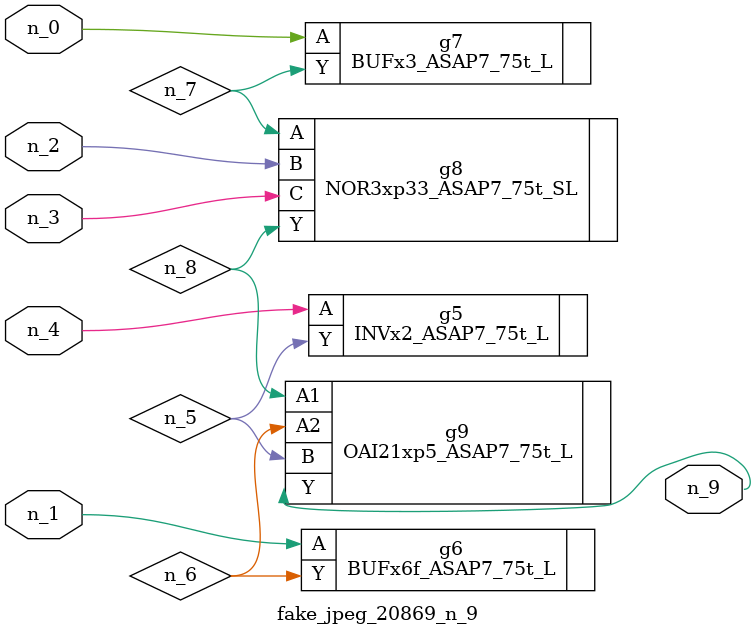
<source format=v>
module fake_jpeg_20869_n_9 (n_3, n_2, n_1, n_0, n_4, n_9);

input n_3;
input n_2;
input n_1;
input n_0;
input n_4;

output n_9;

wire n_8;
wire n_6;
wire n_5;
wire n_7;

INVx2_ASAP7_75t_L g5 ( 
.A(n_4),
.Y(n_5)
);

BUFx6f_ASAP7_75t_L g6 ( 
.A(n_1),
.Y(n_6)
);

BUFx3_ASAP7_75t_L g7 ( 
.A(n_0),
.Y(n_7)
);

NOR3xp33_ASAP7_75t_SL g8 ( 
.A(n_7),
.B(n_2),
.C(n_3),
.Y(n_8)
);

OAI21xp5_ASAP7_75t_L g9 ( 
.A1(n_8),
.A2(n_6),
.B(n_5),
.Y(n_9)
);


endmodule
</source>
